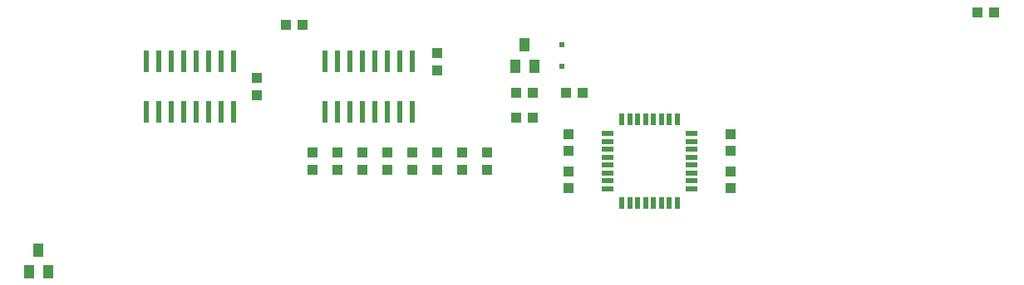
<source format=gbr>
G04 EAGLE Gerber RS-274X export*
G75*
%MOMM*%
%FSLAX34Y34*%
%LPD*%
%INSolderpaste Bottom*%
%IPPOS*%
%AMOC8*
5,1,8,0,0,1.08239X$1,22.5*%
G01*
%ADD10R,1.000000X1.000000*%
%ADD11R,1.000000X1.400000*%
%ADD12R,1.100000X1.000000*%
%ADD13R,1.000000X1.100000*%
%ADD14R,0.600000X2.200000*%
%ADD15R,1.270000X0.558800*%
%ADD16R,0.558800X1.270000*%
%ADD17R,0.600000X0.600000*%


D10*
X38100Y-48650D03*
X38100Y-65650D03*
X52950Y-6350D03*
X35950Y-6350D03*
D11*
X-6350Y42750D03*
X-15850Y20750D03*
X3150Y20750D03*
D12*
X-44450Y-67700D03*
X-44450Y-84700D03*
D13*
X455050Y76200D03*
X472050Y76200D03*
X-14850Y-31750D03*
X2150Y-31750D03*
D12*
X-69850Y-67700D03*
X-69850Y-84700D03*
X-95250Y-67700D03*
X-95250Y-84700D03*
X-120650Y-67700D03*
X-120650Y-84700D03*
X-146050Y-67700D03*
X-146050Y-84700D03*
X-171450Y-67700D03*
X-171450Y-84700D03*
X-196850Y-67700D03*
X-196850Y-84700D03*
X-222250Y-67700D03*
X-222250Y-84700D03*
D13*
X-249800Y63500D03*
X-232800Y63500D03*
D14*
X-120650Y-26000D03*
X-133350Y-26000D03*
X-146050Y-26000D03*
X-158750Y-26000D03*
X-171450Y-26000D03*
X-184150Y-26000D03*
X-196850Y-26000D03*
X-209550Y-26000D03*
X-209550Y26000D03*
X-196850Y26000D03*
X-184150Y26000D03*
X-171450Y26000D03*
X-158750Y26000D03*
X-146050Y26000D03*
X-133350Y26000D03*
X-120650Y26000D03*
X-303050Y-26000D03*
X-315750Y-26000D03*
X-328450Y-26000D03*
X-341150Y-26000D03*
X-353850Y-26000D03*
X-366550Y-26000D03*
X-379250Y-26000D03*
X-391950Y-26000D03*
X-391950Y26000D03*
X-379250Y26000D03*
X-366550Y26000D03*
X-353850Y26000D03*
X-341150Y26000D03*
X-328450Y26000D03*
X-315750Y26000D03*
X-303050Y26000D03*
D15*
X77724Y-104200D03*
X77724Y-96200D03*
X77724Y-88200D03*
X77724Y-80200D03*
X77724Y-72200D03*
X77724Y-64200D03*
X77724Y-56200D03*
X77724Y-48200D03*
D16*
X92650Y-33274D03*
X100650Y-33274D03*
X108650Y-33274D03*
X116650Y-33274D03*
X124650Y-33274D03*
X132650Y-33274D03*
X140650Y-33274D03*
X148650Y-33274D03*
D15*
X163576Y-48200D03*
X163576Y-56200D03*
X163576Y-64200D03*
X163576Y-72200D03*
X163576Y-80200D03*
X163576Y-88200D03*
X163576Y-96200D03*
X163576Y-104200D03*
D16*
X148650Y-119126D03*
X140650Y-119126D03*
X132650Y-119126D03*
X124650Y-119126D03*
X116650Y-119126D03*
X108650Y-119126D03*
X100650Y-119126D03*
X92650Y-119126D03*
D13*
X2150Y-6350D03*
X-14850Y-6350D03*
D10*
X203200Y-103750D03*
X203200Y-86750D03*
X203200Y-48650D03*
X203200Y-65650D03*
X38100Y-103750D03*
X38100Y-86750D03*
X-279400Y-8500D03*
X-279400Y8500D03*
X-95250Y16900D03*
X-95250Y33900D03*
D11*
X-501650Y-166800D03*
X-511150Y-188800D03*
X-492150Y-188800D03*
D17*
X31750Y20750D03*
X31750Y42750D03*
M02*

</source>
